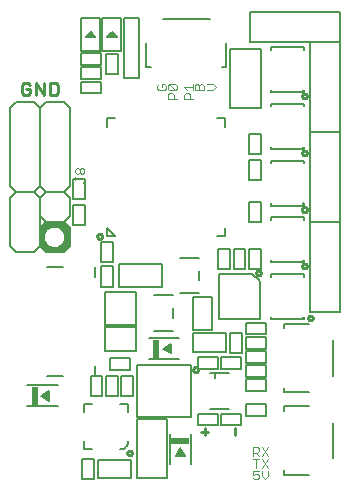
<source format=gto>
G75*
G70*
%OFA0B0*%
%FSLAX24Y24*%
%IPPOS*%
%LPD*%
%AMOC8*
5,1,8,0,0,1.08239X$1,22.5*
%
%ADD10C,0.0030*%
%ADD11C,0.0100*%
%ADD12C,0.0079*%
%ADD13C,0.0050*%
%ADD14R,0.0630X0.0197*%
%ADD15C,0.0090*%
%ADD16C,0.0080*%
%ADD17R,0.0197X0.0630*%
%ADD18C,0.0200*%
D10*
X039493Y021385D02*
X039541Y021337D01*
X039638Y021337D01*
X039686Y021385D01*
X039686Y021482D01*
X039638Y021530D01*
X039589Y021530D01*
X039493Y021482D01*
X039493Y021627D01*
X039686Y021627D01*
X039787Y021627D02*
X039787Y021433D01*
X039884Y021337D01*
X039981Y021433D01*
X039981Y021627D01*
X039981Y021730D02*
X039787Y022021D01*
X039686Y022021D02*
X039493Y022021D01*
X039589Y022021D02*
X039589Y021730D01*
X039787Y021730D02*
X039981Y022021D01*
X039981Y022124D02*
X039787Y022414D01*
X039686Y022366D02*
X039686Y022269D01*
X039638Y022221D01*
X039493Y022221D01*
X039589Y022221D02*
X039686Y022124D01*
X039787Y022124D02*
X039981Y022414D01*
X039686Y022366D02*
X039638Y022414D01*
X039493Y022414D01*
X039493Y022124D01*
X033816Y031225D02*
X033864Y031273D01*
X033864Y031322D01*
X033816Y031370D01*
X033574Y031370D01*
X033574Y031322D02*
X033574Y031418D01*
X033622Y031520D02*
X033671Y031520D01*
X033719Y031568D01*
X033719Y031665D01*
X033767Y031713D01*
X033816Y031713D01*
X033864Y031665D01*
X033864Y031568D01*
X033816Y031520D01*
X033767Y031520D01*
X033719Y031568D01*
X033719Y031665D02*
X033671Y031713D01*
X033622Y031713D01*
X033574Y031665D01*
X033574Y031568D01*
X033622Y031520D01*
X036351Y034315D02*
X036544Y034315D01*
X036592Y034363D01*
X036592Y034460D01*
X036544Y034508D01*
X036447Y034508D01*
X036447Y034412D01*
X036351Y034508D02*
X036302Y034460D01*
X036302Y034363D01*
X036351Y034315D01*
X036656Y034363D02*
X036656Y034460D01*
X036705Y034508D01*
X036898Y034315D01*
X036947Y034363D01*
X036947Y034460D01*
X036898Y034508D01*
X036705Y034508D01*
X036656Y034363D02*
X036705Y034315D01*
X036898Y034315D01*
X036802Y034214D02*
X036850Y034165D01*
X036850Y034020D01*
X036947Y034020D02*
X036656Y034020D01*
X036656Y034165D01*
X036705Y034214D01*
X036802Y034214D01*
X037208Y034165D02*
X037256Y034214D01*
X037353Y034214D01*
X037401Y034165D01*
X037401Y034020D01*
X037498Y034020D02*
X037208Y034020D01*
X037208Y034165D01*
X037304Y034315D02*
X037208Y034412D01*
X037498Y034412D01*
X037562Y034460D02*
X037610Y034508D01*
X037659Y034508D01*
X037707Y034460D01*
X037707Y034315D01*
X037707Y034460D02*
X037755Y034508D01*
X037804Y034508D01*
X037852Y034460D01*
X037852Y034315D01*
X037562Y034315D01*
X037562Y034460D01*
X037498Y034508D02*
X037498Y034315D01*
X037956Y034315D02*
X038149Y034315D01*
X038246Y034412D01*
X038149Y034508D01*
X037956Y034508D01*
D11*
X041135Y034145D02*
X041135Y034072D01*
X041172Y034035D01*
X041245Y034035D01*
X041282Y034072D01*
X041282Y034145D01*
X041245Y034182D01*
X041172Y034182D01*
X041135Y034145D01*
X041172Y032292D02*
X041135Y032255D01*
X041135Y032182D01*
X041172Y032145D01*
X041245Y032145D01*
X041282Y032182D01*
X041282Y032255D01*
X041245Y032292D01*
X041172Y032292D01*
X041172Y030402D02*
X041135Y030365D01*
X041135Y030292D01*
X041172Y030255D01*
X041245Y030255D01*
X041282Y030292D01*
X041282Y030365D01*
X041245Y030402D01*
X041172Y030402D01*
X041172Y028512D02*
X041135Y028476D01*
X041135Y028402D01*
X041172Y028366D01*
X041245Y028366D01*
X041282Y028402D01*
X041282Y028476D01*
X041245Y028512D01*
X041172Y028512D01*
X039752Y028259D02*
X039752Y028185D01*
X039715Y028148D01*
X039642Y028148D01*
X039605Y028185D01*
X039605Y028259D01*
X039642Y028295D01*
X039715Y028295D01*
X039752Y028259D01*
X041332Y026743D02*
X041332Y026670D01*
X041369Y026633D01*
X041442Y026633D01*
X041479Y026670D01*
X041479Y026743D01*
X041442Y026780D01*
X041369Y026780D01*
X041332Y026743D01*
X037655Y025030D02*
X037655Y024957D01*
X037618Y024920D01*
X037545Y024920D01*
X037508Y024957D01*
X037508Y025030D01*
X037545Y025067D01*
X037618Y025067D01*
X037655Y025030D01*
X035418Y022292D02*
X035345Y022292D01*
X035308Y022255D01*
X035308Y022182D01*
X035345Y022145D01*
X035418Y022145D01*
X035455Y022182D01*
X035455Y022255D01*
X035418Y022292D01*
X034421Y029364D02*
X034347Y029364D01*
X034310Y029401D01*
X034310Y029474D01*
X034347Y029511D01*
X034421Y029511D01*
X034457Y029474D01*
X034457Y029401D01*
X034421Y029364D01*
X032931Y034133D02*
X032998Y034199D01*
X032998Y034466D01*
X032931Y034533D01*
X032731Y034533D01*
X032731Y034133D01*
X032931Y034133D01*
X032537Y034133D02*
X032537Y034533D01*
X032270Y034533D02*
X032537Y034133D01*
X032270Y034133D02*
X032270Y034533D01*
X032077Y034466D02*
X032010Y034533D01*
X031877Y034533D01*
X031810Y034466D01*
X031810Y034199D01*
X031877Y034133D01*
X032010Y034133D01*
X032077Y034199D01*
X032077Y034333D01*
X031943Y034333D01*
D12*
X031957Y023768D02*
X032980Y023768D01*
X032705Y023965D02*
X032429Y024122D01*
X032705Y024280D01*
X032705Y023965D01*
X032665Y024043D02*
X032547Y024122D01*
X032665Y024122D01*
X032665Y024043D01*
X032665Y024122D02*
X032665Y024201D01*
X032469Y024122D01*
X032980Y024476D02*
X031957Y024476D01*
X032626Y024791D02*
X033177Y024791D01*
X034083Y024772D02*
X034083Y024102D01*
X034476Y024102D01*
X034476Y024772D01*
X034083Y024772D01*
X034240Y024791D02*
X034240Y025106D01*
X034594Y024772D02*
X034594Y024102D01*
X034988Y024102D01*
X034988Y024772D01*
X034594Y024772D01*
X034732Y024988D02*
X035402Y024988D01*
X035402Y025382D01*
X034732Y025382D01*
X034732Y024988D01*
X035106Y024772D02*
X035106Y024102D01*
X035500Y024102D01*
X035500Y024772D01*
X035106Y024772D01*
X035618Y025146D02*
X037429Y025146D01*
X037429Y023413D01*
X035618Y023413D01*
X035618Y025146D01*
X036012Y025343D02*
X037035Y025343D01*
X036760Y025539D02*
X036484Y025697D01*
X036760Y025854D01*
X036760Y025539D01*
X036720Y025618D02*
X036602Y025697D01*
X036720Y025697D01*
X036720Y025618D01*
X036720Y025697D02*
X036720Y025776D01*
X036524Y025697D01*
X037035Y026051D02*
X036012Y026051D01*
X036209Y026287D02*
X036839Y026287D01*
X036839Y026720D02*
X036839Y027035D01*
X036839Y027469D02*
X036209Y027469D01*
X036445Y027744D02*
X035028Y027744D01*
X035028Y028531D01*
X036445Y028531D01*
X036445Y027744D01*
X037075Y027547D02*
X037705Y027547D01*
X037508Y027429D02*
X038138Y027429D01*
X038138Y026327D01*
X037508Y026327D01*
X037508Y027429D01*
X037705Y027980D02*
X037705Y028295D01*
X037705Y028728D02*
X037075Y028728D01*
X038335Y029024D02*
X038335Y028354D01*
X038728Y028354D01*
X038728Y029024D01*
X038335Y029024D01*
X038295Y029437D02*
X038571Y029437D01*
X038571Y029713D01*
X038846Y029024D02*
X038846Y028354D01*
X039240Y028354D01*
X039240Y029024D01*
X038846Y029024D01*
X039358Y029024D02*
X039358Y028354D01*
X039752Y028354D01*
X039752Y029024D01*
X039358Y029024D01*
X040106Y028650D02*
X040106Y028571D01*
X041130Y028571D01*
X041209Y028650D01*
X041209Y028571D01*
X041130Y028571D01*
X041209Y028177D02*
X040106Y028177D01*
X040106Y028098D01*
X039713Y027941D02*
X039713Y026681D01*
X038374Y026681D01*
X038374Y028177D01*
X039476Y028177D01*
X039713Y027941D01*
X040106Y026760D02*
X040106Y026681D01*
X041130Y026681D01*
X041209Y026760D01*
X041209Y026681D01*
X041130Y026681D01*
X041366Y026524D02*
X040539Y026524D01*
X040539Y026366D01*
X039929Y026169D02*
X039929Y026563D01*
X039260Y026563D01*
X039260Y026169D01*
X039929Y026169D01*
X039929Y026091D02*
X039260Y026091D01*
X039260Y025697D01*
X039929Y025697D01*
X039929Y026091D01*
X039929Y025618D02*
X039260Y025618D01*
X039260Y025224D01*
X039929Y025224D01*
X039929Y025618D01*
X039929Y025146D02*
X039260Y025146D01*
X039260Y024752D01*
X039929Y024752D01*
X039929Y025146D01*
X039929Y024673D02*
X039260Y024673D01*
X039260Y024280D01*
X039929Y024280D01*
X039929Y024673D01*
X040539Y024398D02*
X040539Y024240D01*
X041366Y024240D01*
X041366Y023768D02*
X040539Y023768D01*
X040539Y023610D01*
X039929Y023453D02*
X039260Y023453D01*
X039260Y023846D01*
X039929Y023846D01*
X039929Y023453D01*
X039102Y023531D02*
X039102Y023138D01*
X038433Y023138D01*
X038433Y023531D01*
X039102Y023531D01*
X038689Y023689D02*
X038059Y023689D01*
X038315Y023531D02*
X037646Y023531D01*
X037646Y023138D01*
X038315Y023138D01*
X038315Y023531D01*
X037429Y022862D02*
X037429Y021839D01*
X037232Y022114D02*
X037075Y022390D01*
X036917Y022114D01*
X037232Y022114D01*
X037154Y022154D02*
X037075Y022154D01*
X037075Y022272D01*
X036996Y022154D01*
X037075Y022154D01*
X037154Y022154D02*
X037075Y022350D01*
X036720Y021839D02*
X036720Y022862D01*
X036642Y023335D02*
X035618Y023335D01*
X035618Y021366D01*
X036642Y021366D01*
X036642Y023335D01*
X035343Y023571D02*
X035343Y023846D01*
X035067Y023846D01*
X034122Y023846D02*
X033846Y023846D01*
X033846Y023571D01*
X033846Y022626D02*
X033846Y022350D01*
X034122Y022350D01*
X034201Y022016D02*
X033807Y022016D01*
X033807Y021346D01*
X034201Y021346D01*
X034201Y022016D01*
X034319Y021996D02*
X035421Y021996D01*
X035421Y021366D01*
X034319Y021366D01*
X034319Y021996D01*
X035067Y022350D02*
X035185Y022350D01*
X035343Y022508D01*
X035343Y022626D01*
X038059Y024870D02*
X038217Y024870D01*
X038217Y024713D01*
X038217Y024870D02*
X038689Y024870D01*
X038433Y025028D02*
X039102Y025028D01*
X039102Y025421D01*
X038433Y025421D01*
X038433Y025028D01*
X038315Y025028D02*
X037646Y025028D01*
X037646Y025421D01*
X038315Y025421D01*
X038315Y025028D01*
X038610Y025579D02*
X037508Y025579D01*
X037508Y026209D01*
X038610Y026209D01*
X038610Y025579D01*
X038728Y025559D02*
X039122Y025559D01*
X039122Y026228D01*
X038728Y026228D01*
X038728Y025559D01*
X041378Y026906D02*
X041378Y029906D01*
X041378Y032906D01*
X041378Y035906D01*
X042378Y035906D01*
X042378Y036906D01*
X039378Y036906D01*
X039378Y035906D01*
X042378Y035906D01*
X042378Y032906D01*
X041378Y032906D01*
X042378Y032906D01*
X042378Y029906D01*
X041378Y029906D01*
X042378Y029906D01*
X042378Y026906D01*
X041378Y026906D01*
X041209Y028098D02*
X041209Y028177D01*
X041209Y029988D02*
X041209Y030067D01*
X040106Y030067D01*
X040106Y029988D01*
X039752Y029929D02*
X039752Y030598D01*
X039358Y030598D01*
X039358Y029929D01*
X039752Y029929D01*
X040106Y030461D02*
X040106Y030539D01*
X040106Y030461D02*
X041130Y030461D01*
X041209Y030539D01*
X041209Y030461D01*
X041130Y030461D01*
X041209Y031878D02*
X041209Y031957D01*
X040106Y031957D01*
X040106Y031878D01*
X039752Y031976D02*
X039358Y031976D01*
X039358Y031307D01*
X039752Y031307D01*
X039752Y031976D01*
X039752Y032173D02*
X039752Y032843D01*
X039358Y032843D01*
X039358Y032173D01*
X039752Y032173D01*
X040106Y032350D02*
X040106Y032429D01*
X040106Y032350D02*
X041130Y032350D01*
X041209Y032429D01*
X041209Y032350D01*
X041130Y032350D01*
X041209Y033768D02*
X041209Y033846D01*
X040106Y033846D01*
X040106Y033768D01*
X039752Y033728D02*
X038728Y033728D01*
X038728Y035697D01*
X039752Y035697D01*
X039752Y033728D01*
X040106Y034240D02*
X040106Y034319D01*
X040106Y034240D02*
X041130Y034240D01*
X041209Y034319D01*
X041209Y034240D01*
X041130Y034240D01*
X041209Y035657D02*
X041209Y035736D01*
X040106Y035736D01*
X040106Y035657D01*
X038610Y035894D02*
X038610Y035067D01*
X038453Y035067D01*
X038059Y036681D02*
X036484Y036681D01*
X035691Y036720D02*
X035691Y034720D01*
X035191Y034720D01*
X035191Y036720D01*
X035691Y036720D01*
X035106Y036720D02*
X035106Y035618D01*
X034476Y035618D01*
X034476Y036720D01*
X035106Y036720D01*
X034398Y036720D02*
X034398Y035618D01*
X033768Y035618D01*
X033768Y036720D01*
X034398Y036720D01*
X034417Y035539D02*
X033748Y035539D01*
X033748Y035146D01*
X034417Y035146D01*
X034417Y035539D01*
X034594Y035520D02*
X034594Y034850D01*
X034988Y034850D01*
X034988Y035520D01*
X034594Y035520D01*
X034417Y035067D02*
X033748Y035067D01*
X033748Y034673D01*
X034417Y034673D01*
X034417Y035067D01*
X034417Y034594D02*
X033748Y034594D01*
X033748Y034201D01*
X034417Y034201D01*
X034417Y034594D01*
X033378Y033706D02*
X033178Y033906D01*
X032578Y033906D01*
X032378Y033706D01*
X032378Y031106D01*
X032578Y030906D01*
X033178Y030906D01*
X033378Y030706D01*
X033378Y030106D01*
X033178Y029906D01*
X033078Y029906D01*
X033378Y029606D01*
X033378Y029206D01*
X033078Y028906D01*
X032678Y028906D01*
X032378Y029206D01*
X032378Y029106D01*
X032178Y028906D01*
X031578Y028906D01*
X031378Y029106D01*
X031378Y030706D01*
X031578Y030906D01*
X032178Y030906D01*
X032378Y030706D01*
X032578Y030906D01*
X032378Y031106D02*
X032178Y030906D01*
X032378Y030706D02*
X032378Y030106D01*
X032378Y029706D01*
X032378Y029606D01*
X032678Y029906D01*
X032578Y029906D01*
X032378Y029706D01*
X032378Y029606D02*
X032378Y029206D01*
X032378Y029106D02*
X032578Y028906D01*
X032678Y028906D01*
X033078Y028906D02*
X033178Y028906D01*
X033378Y029106D01*
X033378Y029206D01*
X033378Y029606D02*
X033378Y029706D01*
X033178Y029906D01*
X033078Y029906D02*
X032678Y029906D01*
X032578Y029906D02*
X032378Y030106D01*
X033492Y029811D02*
X033492Y030480D01*
X033886Y030480D01*
X033886Y029811D01*
X033492Y029811D01*
X033492Y030677D02*
X033886Y030677D01*
X033886Y031346D01*
X033492Y031346D01*
X033492Y030677D01*
X033178Y030906D02*
X033378Y031106D01*
X033378Y033706D01*
X032378Y033706D02*
X032178Y033906D01*
X031578Y033906D01*
X031378Y033706D01*
X031378Y031106D01*
X031578Y030906D01*
X034634Y029713D02*
X034909Y029437D01*
X034634Y029437D01*
X034634Y029713D01*
X034831Y029260D02*
X034831Y028591D01*
X034437Y028591D01*
X034437Y029260D01*
X034831Y029260D01*
X034831Y028433D02*
X034437Y028433D01*
X034437Y027764D01*
X034831Y027764D01*
X034831Y028433D01*
X034240Y028413D02*
X034240Y028098D01*
X034555Y027587D02*
X035579Y027587D01*
X035579Y026484D01*
X034555Y026484D01*
X034555Y027587D01*
X034555Y026484D02*
X034555Y026406D01*
X035579Y026406D01*
X035579Y025618D01*
X034555Y025618D01*
X034555Y026406D01*
X035579Y026406D02*
X035579Y026484D01*
X033177Y028413D02*
X032626Y028413D01*
X034634Y033098D02*
X034634Y033374D01*
X034909Y033374D01*
X035933Y035067D02*
X036091Y035067D01*
X035933Y035067D02*
X035933Y035894D01*
X038295Y033374D02*
X038571Y033374D01*
X038571Y033098D01*
X042154Y025972D02*
X042154Y024791D01*
X042154Y023217D02*
X042154Y022035D01*
X041366Y021484D02*
X040539Y021484D01*
X040539Y021642D01*
D13*
X034949Y036091D02*
X034634Y036091D01*
X034791Y036248D01*
X034791Y036169D01*
X034752Y036169D01*
X034791Y036248D01*
X034831Y036169D01*
X034791Y036169D01*
X034791Y036248D02*
X034713Y036130D01*
X034870Y036130D01*
X034791Y036248D01*
X034949Y036091D01*
X034909Y036130D02*
X034673Y036130D01*
X034240Y036091D02*
X034083Y036248D01*
X034083Y036169D01*
X034043Y036169D01*
X034083Y036248D01*
X034122Y036169D01*
X034083Y036169D01*
X034083Y036248D02*
X034004Y036130D01*
X034161Y036130D01*
X034083Y036248D01*
X033925Y036091D01*
X034240Y036091D01*
X034201Y036130D02*
X033965Y036130D01*
D14*
X037075Y022606D03*
D15*
X037767Y022923D02*
X037996Y022923D01*
X037882Y022809D02*
X037882Y023038D01*
X038886Y023038D02*
X038886Y022809D01*
D16*
X035283Y022449D02*
X035244Y022409D01*
D17*
X032213Y024122D03*
X036268Y025697D03*
D18*
X032454Y029406D02*
X032456Y029447D01*
X032462Y029487D01*
X032472Y029527D01*
X032485Y029566D01*
X032503Y029603D01*
X032523Y029638D01*
X032547Y029672D01*
X032575Y029702D01*
X032605Y029730D01*
X032637Y029755D01*
X032672Y029777D01*
X032709Y029795D01*
X032747Y029809D01*
X032787Y029820D01*
X032827Y029827D01*
X032868Y029830D01*
X032909Y029829D01*
X032949Y029824D01*
X032989Y029815D01*
X033028Y029802D01*
X033066Y029786D01*
X033102Y029766D01*
X033135Y029743D01*
X033167Y029716D01*
X033195Y029687D01*
X033221Y029655D01*
X033243Y029621D01*
X033263Y029585D01*
X033278Y029547D01*
X033290Y029507D01*
X033298Y029467D01*
X033302Y029426D01*
X033302Y029386D01*
X033298Y029345D01*
X033290Y029305D01*
X033278Y029265D01*
X033263Y029227D01*
X033243Y029191D01*
X033221Y029157D01*
X033195Y029125D01*
X033167Y029096D01*
X033135Y029069D01*
X033102Y029046D01*
X033066Y029026D01*
X033028Y029010D01*
X032989Y028997D01*
X032949Y028988D01*
X032909Y028983D01*
X032868Y028982D01*
X032827Y028985D01*
X032787Y028992D01*
X032747Y029003D01*
X032709Y029017D01*
X032672Y029035D01*
X032637Y029057D01*
X032605Y029082D01*
X032575Y029110D01*
X032547Y029140D01*
X032523Y029174D01*
X032503Y029209D01*
X032485Y029246D01*
X032472Y029285D01*
X032462Y029325D01*
X032456Y029365D01*
X032454Y029406D01*
M02*

</source>
